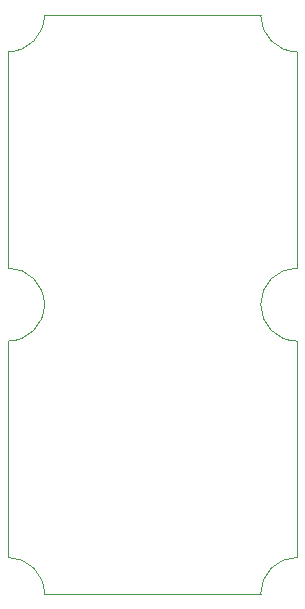
<source format=gm1>
G04 #@! TF.GenerationSoftware,KiCad,Pcbnew,(5.1.5)-3*
G04 #@! TF.CreationDate,2021-08-10T21:54:11+02:00*
G04 #@! TF.ProjectId,eam,65616d2e-6b69-4636-9164-5f7063625858,0429 -*
G04 #@! TF.SameCoordinates,Original*
G04 #@! TF.FileFunction,Profile,NP*
%FSLAX46Y46*%
G04 Gerber Fmt 4.6, Leading zero omitted, Abs format (unit mm)*
G04 Created by KiCad (PCBNEW (5.1.5)-3) date 2021-08-10 21:54:11*
%MOMM*%
%LPD*%
G04 APERTURE LIST*
%ADD10C,0.100000*%
G04 APERTURE END LIST*
D10*
X124500000Y-127600000D02*
X124500000Y-145900000D01*
X121400000Y-149000000D02*
X103100000Y-149000000D01*
X100000000Y-145900000D02*
X100000000Y-127600000D01*
X100000000Y-127600000D02*
G75*
G03X103100000Y-124500000I0J3100000D01*
G01*
X103100000Y-149000000D02*
G75*
G03X100000000Y-145900000I-3100000J0D01*
G01*
X124500000Y-145900000D02*
G75*
G03X121400000Y-149000000I0J-3100000D01*
G01*
X121400000Y-124500000D02*
G75*
G03X124500000Y-127600000I3100000J0D01*
G01*
X121400000Y-100000000D02*
G75*
G03X124500000Y-103100000I3100000J0D01*
G01*
X124500000Y-121400000D02*
G75*
G03X121400000Y-124500000I0J-3100000D01*
G01*
X103100000Y-124500000D02*
G75*
G03X100000000Y-121400000I-3100000J0D01*
G01*
X100000000Y-103100000D02*
G75*
G03X103100000Y-100000000I0J3100000D01*
G01*
X100000000Y-121400000D02*
X100000000Y-103100000D01*
X124500000Y-103100000D02*
X124500000Y-121400000D01*
X103100000Y-100000000D02*
X121400000Y-100000000D01*
M02*

</source>
